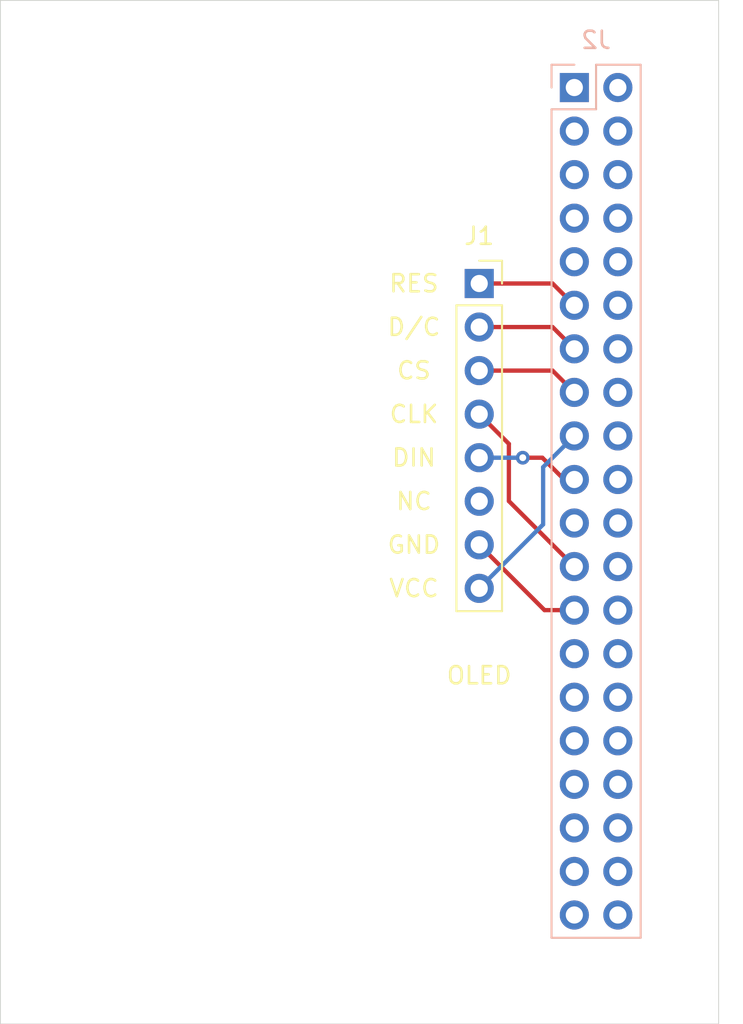
<source format=kicad_pcb>
(kicad_pcb (version 20171130) (host pcbnew "(5.1.9)-1")

  (general
    (thickness 1.6)
    (drawings 13)
    (tracks 20)
    (zones 0)
    (modules 2)
    (nets 42)
  )

  (page A4)
  (layers
    (0 F.Cu signal)
    (31 B.Cu signal)
    (32 B.Adhes user)
    (33 F.Adhes user)
    (34 B.Paste user)
    (35 F.Paste user)
    (36 B.SilkS user)
    (37 F.SilkS user)
    (38 B.Mask user)
    (39 F.Mask user)
    (40 Dwgs.User user)
    (41 Cmts.User user)
    (42 Eco1.User user)
    (43 Eco2.User user)
    (44 Edge.Cuts user)
    (45 Margin user)
    (46 B.CrtYd user)
    (47 F.CrtYd user)
    (48 B.Fab user)
    (49 F.Fab user)
  )

  (setup
    (last_trace_width 0.25)
    (trace_clearance 0.2)
    (zone_clearance 0.508)
    (zone_45_only no)
    (trace_min 0.2)
    (via_size 0.8)
    (via_drill 0.4)
    (via_min_size 0.4)
    (via_min_drill 0.3)
    (uvia_size 0.3)
    (uvia_drill 0.1)
    (uvias_allowed no)
    (uvia_min_size 0.2)
    (uvia_min_drill 0.1)
    (edge_width 0.05)
    (segment_width 0.2)
    (pcb_text_width 0.3)
    (pcb_text_size 1.5 1.5)
    (mod_edge_width 0.12)
    (mod_text_size 1 1)
    (mod_text_width 0.15)
    (pad_size 1.524 1.524)
    (pad_drill 0.762)
    (pad_to_mask_clearance 0)
    (aux_axis_origin 0 0)
    (visible_elements 7FFFFFFF)
    (pcbplotparams
      (layerselection 0x010fc_ffffffff)
      (usegerberextensions false)
      (usegerberattributes true)
      (usegerberadvancedattributes true)
      (creategerberjobfile true)
      (excludeedgelayer true)
      (linewidth 0.100000)
      (plotframeref false)
      (viasonmask false)
      (mode 1)
      (useauxorigin false)
      (hpglpennumber 1)
      (hpglpenspeed 20)
      (hpglpendiameter 15.000000)
      (psnegative false)
      (psa4output false)
      (plotreference true)
      (plotvalue true)
      (plotinvisibletext false)
      (padsonsilk false)
      (subtractmaskfromsilk false)
      (outputformat 1)
      (mirror false)
      (drillshape 1)
      (scaleselection 1)
      (outputdirectory ""))
  )

  (net 0 "")
  (net 1 "Net-(J1-Pad6)")
  (net 2 "Net-(J2-Pad40)")
  (net 3 "Net-(J2-Pad39)")
  (net 4 "Net-(J2-Pad38)")
  (net 5 "Net-(J2-Pad37)")
  (net 6 "Net-(J2-Pad36)")
  (net 7 "Net-(J2-Pad35)")
  (net 8 "Net-(J2-Pad34)")
  (net 9 "Net-(J2-Pad33)")
  (net 10 "Net-(J2-Pad32)")
  (net 11 "Net-(J2-Pad31)")
  (net 12 "Net-(J2-Pad30)")
  (net 13 "Net-(J2-Pad29)")
  (net 14 "Net-(J2-Pad28)")
  (net 15 "Net-(J2-Pad27)")
  (net 16 "Net-(J2-Pad26)")
  (net 17 "Net-(J2-Pad24)")
  (net 18 "Net-(J2-Pad22)")
  (net 19 "Net-(J2-Pad21)")
  (net 20 "Net-(J2-Pad20)")
  (net 21 "Net-(J2-Pad18)")
  (net 22 "Net-(J2-Pad16)")
  (net 23 "Net-(J2-Pad14)")
  (net 24 "Net-(J2-Pad12)")
  (net 25 "Net-(J2-Pad10)")
  (net 26 "Net-(J2-Pad9)")
  (net 27 "Net-(J2-Pad8)")
  (net 28 "Net-(J2-Pad7)")
  (net 29 "Net-(J2-Pad6)")
  (net 30 "Net-(J2-Pad5)")
  (net 31 "Net-(J2-Pad4)")
  (net 32 "Net-(J2-Pad3)")
  (net 33 "Net-(J2-Pad2)")
  (net 34 "Net-(J2-Pad1)")
  (net 35 /VCC)
  (net 36 /GND)
  (net 37 /DIN)
  (net 38 /CLK)
  (net 39 /CS)
  (net 40 /DC)
  (net 41 /RES)

  (net_class Default "This is the default net class."
    (clearance 0.2)
    (trace_width 0.25)
    (via_dia 0.8)
    (via_drill 0.4)
    (uvia_dia 0.3)
    (uvia_drill 0.1)
    (add_net /CLK)
    (add_net /CS)
    (add_net /DC)
    (add_net /DIN)
    (add_net /GND)
    (add_net /RES)
    (add_net /VCC)
    (add_net "Net-(J1-Pad6)")
    (add_net "Net-(J2-Pad1)")
    (add_net "Net-(J2-Pad10)")
    (add_net "Net-(J2-Pad12)")
    (add_net "Net-(J2-Pad14)")
    (add_net "Net-(J2-Pad16)")
    (add_net "Net-(J2-Pad18)")
    (add_net "Net-(J2-Pad2)")
    (add_net "Net-(J2-Pad20)")
    (add_net "Net-(J2-Pad21)")
    (add_net "Net-(J2-Pad22)")
    (add_net "Net-(J2-Pad24)")
    (add_net "Net-(J2-Pad26)")
    (add_net "Net-(J2-Pad27)")
    (add_net "Net-(J2-Pad28)")
    (add_net "Net-(J2-Pad29)")
    (add_net "Net-(J2-Pad3)")
    (add_net "Net-(J2-Pad30)")
    (add_net "Net-(J2-Pad31)")
    (add_net "Net-(J2-Pad32)")
    (add_net "Net-(J2-Pad33)")
    (add_net "Net-(J2-Pad34)")
    (add_net "Net-(J2-Pad35)")
    (add_net "Net-(J2-Pad36)")
    (add_net "Net-(J2-Pad37)")
    (add_net "Net-(J2-Pad38)")
    (add_net "Net-(J2-Pad39)")
    (add_net "Net-(J2-Pad4)")
    (add_net "Net-(J2-Pad40)")
    (add_net "Net-(J2-Pad5)")
    (add_net "Net-(J2-Pad6)")
    (add_net "Net-(J2-Pad7)")
    (add_net "Net-(J2-Pad8)")
    (add_net "Net-(J2-Pad9)")
  )

  (module Connector_PinSocket_2.54mm:PinSocket_2x20_P2.54mm_Vertical (layer B.Cu) (tedit 5A19A433) (tstamp 60974BA4)
    (at 133.82 73.66 180)
    (descr "Through hole straight socket strip, 2x20, 2.54mm pitch, double cols (from Kicad 4.0.7), script generated")
    (tags "Through hole socket strip THT 2x20 2.54mm double row")
    (path /60A2F8F0)
    (fp_text reference J2 (at -1.27 2.77) (layer B.SilkS)
      (effects (font (size 1 1) (thickness 0.15)) (justify mirror))
    )
    (fp_text value Conn_02x20_Odd_Even (at -1.27 -51.03) (layer B.Fab)
      (effects (font (size 1 1) (thickness 0.15)) (justify mirror))
    )
    (fp_line (start -4.34 -50) (end -4.34 1.8) (layer B.CrtYd) (width 0.05))
    (fp_line (start 1.76 -50) (end -4.34 -50) (layer B.CrtYd) (width 0.05))
    (fp_line (start 1.76 1.8) (end 1.76 -50) (layer B.CrtYd) (width 0.05))
    (fp_line (start -4.34 1.8) (end 1.76 1.8) (layer B.CrtYd) (width 0.05))
    (fp_line (start 0 1.33) (end 1.33 1.33) (layer B.SilkS) (width 0.12))
    (fp_line (start 1.33 1.33) (end 1.33 0) (layer B.SilkS) (width 0.12))
    (fp_line (start -1.27 1.33) (end -1.27 -1.27) (layer B.SilkS) (width 0.12))
    (fp_line (start -1.27 -1.27) (end 1.33 -1.27) (layer B.SilkS) (width 0.12))
    (fp_line (start 1.33 -1.27) (end 1.33 -49.59) (layer B.SilkS) (width 0.12))
    (fp_line (start -3.87 -49.59) (end 1.33 -49.59) (layer B.SilkS) (width 0.12))
    (fp_line (start -3.87 1.33) (end -3.87 -49.59) (layer B.SilkS) (width 0.12))
    (fp_line (start -3.87 1.33) (end -1.27 1.33) (layer B.SilkS) (width 0.12))
    (fp_line (start -3.81 -49.53) (end -3.81 1.27) (layer B.Fab) (width 0.1))
    (fp_line (start 1.27 -49.53) (end -3.81 -49.53) (layer B.Fab) (width 0.1))
    (fp_line (start 1.27 0.27) (end 1.27 -49.53) (layer B.Fab) (width 0.1))
    (fp_line (start 0.27 1.27) (end 1.27 0.27) (layer B.Fab) (width 0.1))
    (fp_line (start -3.81 1.27) (end 0.27 1.27) (layer B.Fab) (width 0.1))
    (fp_text user %R (at -1.27 -24.13 270) (layer B.Fab)
      (effects (font (size 1 1) (thickness 0.15)) (justify mirror))
    )
    (pad 40 thru_hole oval (at -2.54 -48.26 180) (size 1.7 1.7) (drill 1) (layers *.Cu *.Mask)
      (net 2 "Net-(J2-Pad40)"))
    (pad 39 thru_hole oval (at 0 -48.26 180) (size 1.7 1.7) (drill 1) (layers *.Cu *.Mask)
      (net 3 "Net-(J2-Pad39)"))
    (pad 38 thru_hole oval (at -2.54 -45.72 180) (size 1.7 1.7) (drill 1) (layers *.Cu *.Mask)
      (net 4 "Net-(J2-Pad38)"))
    (pad 37 thru_hole oval (at 0 -45.72 180) (size 1.7 1.7) (drill 1) (layers *.Cu *.Mask)
      (net 5 "Net-(J2-Pad37)"))
    (pad 36 thru_hole oval (at -2.54 -43.18 180) (size 1.7 1.7) (drill 1) (layers *.Cu *.Mask)
      (net 6 "Net-(J2-Pad36)"))
    (pad 35 thru_hole oval (at 0 -43.18 180) (size 1.7 1.7) (drill 1) (layers *.Cu *.Mask)
      (net 7 "Net-(J2-Pad35)"))
    (pad 34 thru_hole oval (at -2.54 -40.64 180) (size 1.7 1.7) (drill 1) (layers *.Cu *.Mask)
      (net 8 "Net-(J2-Pad34)"))
    (pad 33 thru_hole oval (at 0 -40.64 180) (size 1.7 1.7) (drill 1) (layers *.Cu *.Mask)
      (net 9 "Net-(J2-Pad33)"))
    (pad 32 thru_hole oval (at -2.54 -38.1 180) (size 1.7 1.7) (drill 1) (layers *.Cu *.Mask)
      (net 10 "Net-(J2-Pad32)"))
    (pad 31 thru_hole oval (at 0 -38.1 180) (size 1.7 1.7) (drill 1) (layers *.Cu *.Mask)
      (net 11 "Net-(J2-Pad31)"))
    (pad 30 thru_hole oval (at -2.54 -35.56 180) (size 1.7 1.7) (drill 1) (layers *.Cu *.Mask)
      (net 12 "Net-(J2-Pad30)"))
    (pad 29 thru_hole oval (at 0 -35.56 180) (size 1.7 1.7) (drill 1) (layers *.Cu *.Mask)
      (net 13 "Net-(J2-Pad29)"))
    (pad 28 thru_hole oval (at -2.54 -33.02 180) (size 1.7 1.7) (drill 1) (layers *.Cu *.Mask)
      (net 14 "Net-(J2-Pad28)"))
    (pad 27 thru_hole oval (at 0 -33.02 180) (size 1.7 1.7) (drill 1) (layers *.Cu *.Mask)
      (net 15 "Net-(J2-Pad27)"))
    (pad 26 thru_hole oval (at -2.54 -30.48 180) (size 1.7 1.7) (drill 1) (layers *.Cu *.Mask)
      (net 16 "Net-(J2-Pad26)"))
    (pad 25 thru_hole oval (at 0 -30.48 180) (size 1.7 1.7) (drill 1) (layers *.Cu *.Mask)
      (net 36 /GND))
    (pad 24 thru_hole oval (at -2.54 -27.94 180) (size 1.7 1.7) (drill 1) (layers *.Cu *.Mask)
      (net 17 "Net-(J2-Pad24)"))
    (pad 23 thru_hole oval (at 0 -27.94 180) (size 1.7 1.7) (drill 1) (layers *.Cu *.Mask)
      (net 38 /CLK))
    (pad 22 thru_hole oval (at -2.54 -25.4 180) (size 1.7 1.7) (drill 1) (layers *.Cu *.Mask)
      (net 18 "Net-(J2-Pad22)"))
    (pad 21 thru_hole oval (at 0 -25.4 180) (size 1.7 1.7) (drill 1) (layers *.Cu *.Mask)
      (net 19 "Net-(J2-Pad21)"))
    (pad 20 thru_hole oval (at -2.54 -22.86 180) (size 1.7 1.7) (drill 1) (layers *.Cu *.Mask)
      (net 20 "Net-(J2-Pad20)"))
    (pad 19 thru_hole oval (at 0 -22.86 180) (size 1.7 1.7) (drill 1) (layers *.Cu *.Mask)
      (net 37 /DIN))
    (pad 18 thru_hole oval (at -2.54 -20.32 180) (size 1.7 1.7) (drill 1) (layers *.Cu *.Mask)
      (net 21 "Net-(J2-Pad18)"))
    (pad 17 thru_hole oval (at 0 -20.32 180) (size 1.7 1.7) (drill 1) (layers *.Cu *.Mask)
      (net 35 /VCC))
    (pad 16 thru_hole oval (at -2.54 -17.78 180) (size 1.7 1.7) (drill 1) (layers *.Cu *.Mask)
      (net 22 "Net-(J2-Pad16)"))
    (pad 15 thru_hole oval (at 0 -17.78 180) (size 1.7 1.7) (drill 1) (layers *.Cu *.Mask)
      (net 39 /CS))
    (pad 14 thru_hole oval (at -2.54 -15.24 180) (size 1.7 1.7) (drill 1) (layers *.Cu *.Mask)
      (net 23 "Net-(J2-Pad14)"))
    (pad 13 thru_hole oval (at 0 -15.24 180) (size 1.7 1.7) (drill 1) (layers *.Cu *.Mask)
      (net 40 /DC))
    (pad 12 thru_hole oval (at -2.54 -12.7 180) (size 1.7 1.7) (drill 1) (layers *.Cu *.Mask)
      (net 24 "Net-(J2-Pad12)"))
    (pad 11 thru_hole oval (at 0 -12.7 180) (size 1.7 1.7) (drill 1) (layers *.Cu *.Mask)
      (net 41 /RES))
    (pad 10 thru_hole oval (at -2.54 -10.16 180) (size 1.7 1.7) (drill 1) (layers *.Cu *.Mask)
      (net 25 "Net-(J2-Pad10)"))
    (pad 9 thru_hole oval (at 0 -10.16 180) (size 1.7 1.7) (drill 1) (layers *.Cu *.Mask)
      (net 26 "Net-(J2-Pad9)"))
    (pad 8 thru_hole oval (at -2.54 -7.62 180) (size 1.7 1.7) (drill 1) (layers *.Cu *.Mask)
      (net 27 "Net-(J2-Pad8)"))
    (pad 7 thru_hole oval (at 0 -7.62 180) (size 1.7 1.7) (drill 1) (layers *.Cu *.Mask)
      (net 28 "Net-(J2-Pad7)"))
    (pad 6 thru_hole oval (at -2.54 -5.08 180) (size 1.7 1.7) (drill 1) (layers *.Cu *.Mask)
      (net 29 "Net-(J2-Pad6)"))
    (pad 5 thru_hole oval (at 0 -5.08 180) (size 1.7 1.7) (drill 1) (layers *.Cu *.Mask)
      (net 30 "Net-(J2-Pad5)"))
    (pad 4 thru_hole oval (at -2.54 -2.54 180) (size 1.7 1.7) (drill 1) (layers *.Cu *.Mask)
      (net 31 "Net-(J2-Pad4)"))
    (pad 3 thru_hole oval (at 0 -2.54 180) (size 1.7 1.7) (drill 1) (layers *.Cu *.Mask)
      (net 32 "Net-(J2-Pad3)"))
    (pad 2 thru_hole oval (at -2.54 0 180) (size 1.7 1.7) (drill 1) (layers *.Cu *.Mask)
      (net 33 "Net-(J2-Pad2)"))
    (pad 1 thru_hole rect (at 0 0 180) (size 1.7 1.7) (drill 1) (layers *.Cu *.Mask)
      (net 34 "Net-(J2-Pad1)"))
    (model ${KISYS3DMOD}/Connector_PinSocket_2.54mm.3dshapes/PinSocket_2x20_P2.54mm_Vertical.wrl
      (at (xyz 0 0 0))
      (scale (xyz 1 1 1))
      (rotate (xyz 0 0 0))
    )
  )

  (module Connector_PinSocket_2.54mm:PinSocket_1x08_P2.54mm_Vertical (layer F.Cu) (tedit 5A19A420) (tstamp 60974B66)
    (at 128.27 85.09)
    (descr "Through hole straight socket strip, 1x08, 2.54mm pitch, single row (from Kicad 4.0.7), script generated")
    (tags "Through hole socket strip THT 1x08 2.54mm single row")
    (path /60A30749)
    (fp_text reference J1 (at 0 -2.77) (layer F.SilkS)
      (effects (font (size 1 1) (thickness 0.15)))
    )
    (fp_text value Conn_01x08 (at 0 20.55) (layer F.Fab)
      (effects (font (size 1 1) (thickness 0.15)))
    )
    (fp_line (start -1.8 19.55) (end -1.8 -1.8) (layer F.CrtYd) (width 0.05))
    (fp_line (start 1.75 19.55) (end -1.8 19.55) (layer F.CrtYd) (width 0.05))
    (fp_line (start 1.75 -1.8) (end 1.75 19.55) (layer F.CrtYd) (width 0.05))
    (fp_line (start -1.8 -1.8) (end 1.75 -1.8) (layer F.CrtYd) (width 0.05))
    (fp_line (start 0 -1.33) (end 1.33 -1.33) (layer F.SilkS) (width 0.12))
    (fp_line (start 1.33 -1.33) (end 1.33 0) (layer F.SilkS) (width 0.12))
    (fp_line (start 1.33 1.27) (end 1.33 19.11) (layer F.SilkS) (width 0.12))
    (fp_line (start -1.33 19.11) (end 1.33 19.11) (layer F.SilkS) (width 0.12))
    (fp_line (start -1.33 1.27) (end -1.33 19.11) (layer F.SilkS) (width 0.12))
    (fp_line (start -1.33 1.27) (end 1.33 1.27) (layer F.SilkS) (width 0.12))
    (fp_line (start -1.27 19.05) (end -1.27 -1.27) (layer F.Fab) (width 0.1))
    (fp_line (start 1.27 19.05) (end -1.27 19.05) (layer F.Fab) (width 0.1))
    (fp_line (start 1.27 -0.635) (end 1.27 19.05) (layer F.Fab) (width 0.1))
    (fp_line (start 0.635 -1.27) (end 1.27 -0.635) (layer F.Fab) (width 0.1))
    (fp_line (start -1.27 -1.27) (end 0.635 -1.27) (layer F.Fab) (width 0.1))
    (fp_text user %R (at 0 8.89 90) (layer F.Fab)
      (effects (font (size 1 1) (thickness 0.15)))
    )
    (pad 8 thru_hole oval (at 0 17.78) (size 1.7 1.7) (drill 1) (layers *.Cu *.Mask)
      (net 35 /VCC))
    (pad 7 thru_hole oval (at 0 15.24) (size 1.7 1.7) (drill 1) (layers *.Cu *.Mask)
      (net 36 /GND))
    (pad 6 thru_hole oval (at 0 12.7) (size 1.7 1.7) (drill 1) (layers *.Cu *.Mask)
      (net 1 "Net-(J1-Pad6)"))
    (pad 5 thru_hole oval (at 0 10.16) (size 1.7 1.7) (drill 1) (layers *.Cu *.Mask)
      (net 37 /DIN))
    (pad 4 thru_hole oval (at 0 7.62) (size 1.7 1.7) (drill 1) (layers *.Cu *.Mask)
      (net 38 /CLK))
    (pad 3 thru_hole oval (at 0 5.08) (size 1.7 1.7) (drill 1) (layers *.Cu *.Mask)
      (net 39 /CS))
    (pad 2 thru_hole oval (at 0 2.54) (size 1.7 1.7) (drill 1) (layers *.Cu *.Mask)
      (net 40 /DC))
    (pad 1 thru_hole rect (at 0 0) (size 1.7 1.7) (drill 1) (layers *.Cu *.Mask)
      (net 41 /RES))
    (model ${KISYS3DMOD}/Connector_PinSocket_2.54mm.3dshapes/PinSocket_1x08_P2.54mm_Vertical.wrl
      (at (xyz 0 0 0))
      (scale (xyz 1 1 1))
      (rotate (xyz 0 0 0))
    )
  )

  (gr_text OLED (at 128.27 107.95) (layer F.SilkS)
    (effects (font (size 1 1) (thickness 0.15)))
  )
  (gr_text VCC (at 124.46 102.87) (layer F.SilkS)
    (effects (font (size 1 1) (thickness 0.15)))
  )
  (gr_text GND (at 124.46 100.33) (layer F.SilkS)
    (effects (font (size 1 1) (thickness 0.15)))
  )
  (gr_text NC (at 124.46 97.79) (layer F.SilkS)
    (effects (font (size 1 1) (thickness 0.15)))
  )
  (gr_text DIN (at 124.46 95.25) (layer F.SilkS)
    (effects (font (size 1 1) (thickness 0.15)))
  )
  (gr_text CLK (at 124.46 92.71) (layer F.SilkS)
    (effects (font (size 1 1) (thickness 0.15)))
  )
  (gr_text CS (at 124.46 90.17) (layer F.SilkS)
    (effects (font (size 1 1) (thickness 0.15)))
  )
  (gr_text D/C (at 124.46 87.63) (layer F.SilkS)
    (effects (font (size 1 1) (thickness 0.15)))
  )
  (gr_text RES (at 124.46 85.09) (layer F.SilkS)
    (effects (font (size 1 1) (thickness 0.15)))
  )
  (gr_line (start 100.33 68.58) (end 142.24 68.58) (layer Edge.Cuts) (width 0.05) (tstamp 60974EF6))
  (gr_line (start 100.33 128.27) (end 100.33 68.58) (layer Edge.Cuts) (width 0.05))
  (gr_line (start 142.24 128.27) (end 100.33 128.27) (layer Edge.Cuts) (width 0.05))
  (gr_line (start 142.24 68.58) (end 142.24 128.27) (layer Edge.Cuts) (width 0.05))

  (segment (start 132 95.8) (end 133.82 93.98) (width 0.25) (layer B.Cu) (net 35))
  (segment (start 132 99.14) (end 132 95.8) (width 0.25) (layer B.Cu) (net 35))
  (segment (start 128.27 102.87) (end 132 99.14) (width 0.25) (layer B.Cu) (net 35))
  (segment (start 132.08 104.14) (end 133.82 104.14) (width 0.25) (layer F.Cu) (net 36))
  (segment (start 128.27 100.33) (end 132.08 104.14) (width 0.25) (layer F.Cu) (net 36))
  (segment (start 128.27 95.25) (end 130.81 95.25) (width 0.25) (layer B.Cu) (net 37))
  (segment (start 130.81 95.25) (end 130.81 95.25) (width 0.25) (layer B.Cu) (net 37) (tstamp 60974EF5))
  (via (at 130.81 95.25) (size 0.8) (drill 0.4) (layers F.Cu B.Cu) (net 37))
  (segment (start 130.81 95.25) (end 131.953 95.25) (width 0.25) (layer F.Cu) (net 37))
  (segment (start 133.223 96.52) (end 133.82 96.52) (width 0.25) (layer F.Cu) (net 37))
  (segment (start 131.953 95.25) (end 133.223 96.52) (width 0.25) (layer F.Cu) (net 37))
  (segment (start 128.27 92.71) (end 130 94.44) (width 0.25) (layer F.Cu) (net 38))
  (segment (start 130 97.78) (end 133.82 101.6) (width 0.25) (layer F.Cu) (net 38))
  (segment (start 130 94.44) (end 130 97.78) (width 0.25) (layer F.Cu) (net 38))
  (segment (start 132.55 90.17) (end 133.82 91.44) (width 0.25) (layer F.Cu) (net 39))
  (segment (start 128.27 90.17) (end 132.55 90.17) (width 0.25) (layer F.Cu) (net 39))
  (segment (start 132.55 87.63) (end 133.82 88.9) (width 0.25) (layer F.Cu) (net 40))
  (segment (start 128.27 87.63) (end 132.55 87.63) (width 0.25) (layer F.Cu) (net 40))
  (segment (start 132.55 85.09) (end 133.82 86.36) (width 0.25) (layer F.Cu) (net 41))
  (segment (start 128.27 85.09) (end 132.55 85.09) (width 0.25) (layer F.Cu) (net 41))

)

</source>
